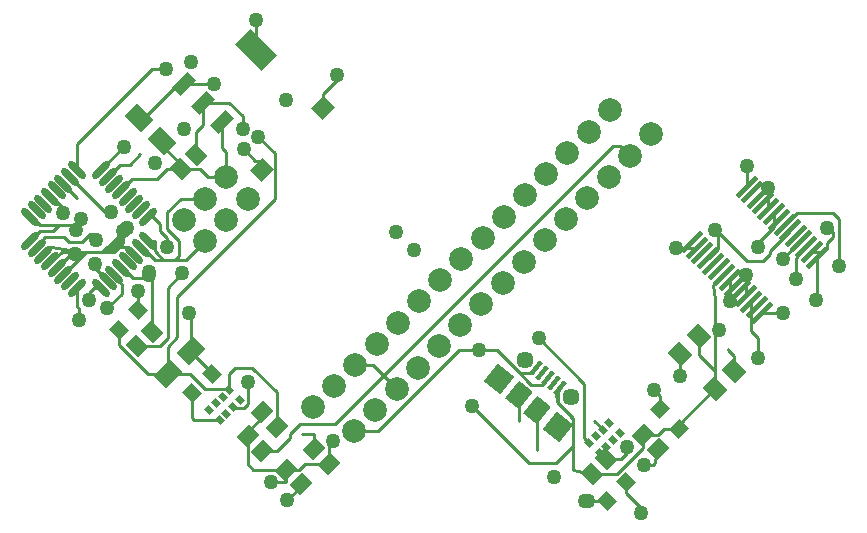
<source format=gtl>
G04*
G04 #@! TF.GenerationSoftware,Altium Limited,Altium Designer,23.4.1 (23)*
G04*
G04 Layer_Physical_Order=1*
G04 Layer_Color=255*
%FSLAX44Y44*%
%MOMM*%
G71*
G04*
G04 #@! TF.SameCoordinates,7EF6362F-2363-4B38-88DE-BB285B2C36F4*
G04*
G04*
G04 #@! TF.FilePolarity,Positive*
G04*
G01*
G75*
%ADD14C,0.2540*%
G04:AMPARAMS|DCode=17|XSize=0.5mm|YSize=0.6mm|CornerRadius=0mm|HoleSize=0mm|Usage=FLASHONLY|Rotation=45.000|XOffset=0mm|YOffset=0mm|HoleType=Round|Shape=Rectangle|*
%AMROTATEDRECTD17*
4,1,4,0.0354,-0.3889,-0.3889,0.0354,-0.0354,0.3889,0.3889,-0.0354,0.0354,-0.3889,0.0*
%
%ADD17ROTATEDRECTD17*%

G04:AMPARAMS|DCode=18|XSize=0.45mm|YSize=2.4mm|CornerRadius=0mm|HoleSize=0mm|Usage=FLASHONLY|Rotation=135.000|XOffset=0mm|YOffset=0mm|HoleType=Round|Shape=Round|*
%AMOVALD18*
21,1,1.9500,0.4500,0.0000,0.0000,225.0*
1,1,0.4500,0.6894,0.6894*
1,1,0.4500,-0.6894,-0.6894*
%
%ADD18OVALD18*%

G04:AMPARAMS|DCode=19|XSize=1.5mm|YSize=1.3mm|CornerRadius=0mm|HoleSize=0mm|Usage=FLASHONLY|Rotation=135.000|XOffset=0mm|YOffset=0mm|HoleType=Round|Shape=Rectangle|*
%AMROTATEDRECTD19*
4,1,4,0.9900,-0.0707,0.0707,-0.9900,-0.9900,0.0707,-0.0707,0.9900,0.9900,-0.0707,0.0*
%
%ADD19ROTATEDRECTD19*%

G04:AMPARAMS|DCode=20|XSize=0.4mm|YSize=1.35mm|CornerRadius=0mm|HoleSize=0mm|Usage=FLASHONLY|Rotation=321.000|XOffset=0mm|YOffset=0mm|HoleType=Round|Shape=Rectangle|*
%AMROTATEDRECTD20*
4,1,4,-0.5802,-0.3987,0.2694,0.6504,0.5802,0.3987,-0.2694,-0.6504,-0.5802,-0.3987,0.0*
%
%ADD20ROTATEDRECTD20*%

G04:AMPARAMS|DCode=21|XSize=1.8mm|YSize=1.9mm|CornerRadius=0mm|HoleSize=0mm|Usage=FLASHONLY|Rotation=321.000|XOffset=0mm|YOffset=0mm|HoleType=Round|Shape=Rectangle|*
%AMROTATEDRECTD21*
4,1,4,-1.2973,-0.1719,-0.1016,1.3047,1.2973,0.1719,0.1016,-1.3047,-1.2973,-0.1719,0.0*
%
%ADD21ROTATEDRECTD21*%

G04:AMPARAMS|DCode=22|XSize=1.5mm|YSize=1.9mm|CornerRadius=0mm|HoleSize=0mm|Usage=FLASHONLY|Rotation=321.000|XOffset=0mm|YOffset=0mm|HoleType=Round|Shape=Rectangle|*
%AMROTATEDRECTD22*
4,1,4,-1.1807,-0.2663,0.0150,1.2103,1.1807,0.2663,-0.0150,-1.2103,-1.1807,-0.2663,0.0*
%
%ADD22ROTATEDRECTD22*%

G04:AMPARAMS|DCode=23|XSize=1mm|YSize=1.85mm|CornerRadius=0mm|HoleSize=0mm|Usage=FLASHONLY|Rotation=135.000|XOffset=0mm|YOffset=0mm|HoleType=Round|Shape=Rectangle|*
%AMROTATEDRECTD23*
4,1,4,1.0076,0.3005,-0.3005,-1.0076,-1.0076,-0.3005,0.3005,1.0076,1.0076,0.3005,0.0*
%
%ADD23ROTATEDRECTD23*%

G04:AMPARAMS|DCode=24|XSize=3.2mm|YSize=1.85mm|CornerRadius=0mm|HoleSize=0mm|Usage=FLASHONLY|Rotation=135.000|XOffset=0mm|YOffset=0mm|HoleType=Round|Shape=Rectangle|*
%AMROTATEDRECTD24*
4,1,4,1.7854,-0.4773,0.4773,-1.7854,-1.7854,0.4773,-0.4773,1.7854,1.7854,-0.4773,0.0*
%
%ADD24ROTATEDRECTD24*%

G04:AMPARAMS|DCode=25|XSize=1.5mm|YSize=1.95mm|CornerRadius=0mm|HoleSize=0mm|Usage=FLASHONLY|Rotation=135.000|XOffset=0mm|YOffset=0mm|HoleType=Round|Shape=Rectangle|*
%AMROTATEDRECTD25*
4,1,4,1.2198,0.1591,-0.1591,-1.2198,-1.2198,-0.1591,0.1591,1.2198,1.2198,0.1591,0.0*
%
%ADD25ROTATEDRECTD25*%

G04:AMPARAMS|DCode=26|XSize=1.5mm|YSize=1.3mm|CornerRadius=0mm|HoleSize=0mm|Usage=FLASHONLY|Rotation=45.000|XOffset=0mm|YOffset=0mm|HoleType=Round|Shape=Rectangle|*
%AMROTATEDRECTD26*
4,1,4,-0.0707,-0.9900,-0.9900,-0.0707,0.0707,0.9900,0.9900,0.0707,-0.0707,-0.9900,0.0*
%
%ADD26ROTATEDRECTD26*%

G04:AMPARAMS|DCode=27|XSize=1.5mm|YSize=1.95mm|CornerRadius=0mm|HoleSize=0mm|Usage=FLASHONLY|Rotation=45.000|XOffset=0mm|YOffset=0mm|HoleType=Round|Shape=Rectangle|*
%AMROTATEDRECTD27*
4,1,4,0.1591,-1.2198,-1.2198,0.1591,-0.1591,1.2198,1.2198,-0.1591,0.1591,-1.2198,0.0*
%
%ADD27ROTATEDRECTD27*%

G04:AMPARAMS|DCode=28|XSize=0.6mm|YSize=1.95mm|CornerRadius=0mm|HoleSize=0mm|Usage=FLASHONLY|Rotation=45.000|XOffset=0mm|YOffset=0mm|HoleType=Round|Shape=Round|*
%AMOVALD28*
21,1,1.3500,0.6000,0.0000,0.0000,135.0*
1,1,0.6000,0.4773,-0.4773*
1,1,0.6000,-0.4773,0.4773*
%
%ADD28OVALD28*%

G04:AMPARAMS|DCode=29|XSize=0.6mm|YSize=1.95mm|CornerRadius=0mm|HoleSize=0mm|Usage=FLASHONLY|Rotation=135.000|XOffset=0mm|YOffset=0mm|HoleType=Round|Shape=Round|*
%AMOVALD29*
21,1,1.3500,0.6000,0.0000,0.0000,225.0*
1,1,0.6000,0.4773,0.4773*
1,1,0.6000,-0.4773,-0.4773*
%
%ADD29OVALD29*%

G04:AMPARAMS|DCode=30|XSize=1.4mm|YSize=1.5mm|CornerRadius=0mm|HoleSize=0mm|Usage=FLASHONLY|Rotation=135.000|XOffset=0mm|YOffset=0mm|HoleType=Round|Shape=Rectangle|*
%AMROTATEDRECTD30*
4,1,4,1.0253,0.0354,-0.0354,-1.0253,-1.0253,-0.0354,0.0354,1.0253,1.0253,0.0354,0.0*
%
%ADD30ROTATEDRECTD30*%

G04:AMPARAMS|DCode=31|XSize=1.25mm|YSize=1.1mm|CornerRadius=0mm|HoleSize=0mm|Usage=FLASHONLY|Rotation=135.000|XOffset=0mm|YOffset=0mm|HoleType=Round|Shape=Rectangle|*
%AMROTATEDRECTD31*
4,1,4,0.8309,-0.0530,0.0530,-0.8309,-0.8309,0.0530,-0.0530,0.8309,0.8309,-0.0530,0.0*
%
%ADD31ROTATEDRECTD31*%

G04:AMPARAMS|DCode=32|XSize=1.6mm|YSize=1.4mm|CornerRadius=0mm|HoleSize=0mm|Usage=FLASHONLY|Rotation=315.000|XOffset=0mm|YOffset=0mm|HoleType=Round|Shape=Rectangle|*
%AMROTATEDRECTD32*
4,1,4,-1.0607,0.0707,-0.0707,1.0607,1.0607,-0.0707,0.0707,-1.0607,-1.0607,0.0707,0.0*
%
%ADD32ROTATEDRECTD32*%

G04:AMPARAMS|DCode=33|XSize=1.25mm|YSize=1.1mm|CornerRadius=0mm|HoleSize=0mm|Usage=FLASHONLY|Rotation=45.000|XOffset=0mm|YOffset=0mm|HoleType=Round|Shape=Rectangle|*
%AMROTATEDRECTD33*
4,1,4,-0.0530,-0.8309,-0.8309,-0.0530,0.0530,0.8309,0.8309,0.0530,-0.0530,-0.8309,0.0*
%
%ADD33ROTATEDRECTD33*%

%ADD55C,2.0000*%
%ADD56C,1.4500*%
G04:AMPARAMS|DCode=57|XSize=0.6mm|YSize=1.3mm|CornerRadius=0.15mm|HoleSize=0mm|Usage=FLASHONLY|Rotation=321.000|XOffset=0mm|YOffset=0mm|HoleType=Round|Shape=RoundedRectangle|*
%AMROUNDEDRECTD57*
21,1,0.6000,1.0000,0,0,321.0*
21,1,0.3000,1.3000,0,0,321.0*
1,1,0.3000,-0.1981,-0.4830*
1,1,0.3000,-0.4312,-0.2942*
1,1,0.3000,0.1981,0.4830*
1,1,0.3000,0.4312,0.2942*
%
%ADD57ROUNDEDRECTD57*%
%ADD58C,1.2700*%
D14*
X-94906Y180690D02*
X-60610D01*
X1874Y159354D02*
Y167347D01*
X476627Y57246D02*
Y89277D01*
Y118179D01*
X356458Y-6000D02*
Y17114D01*
Y-26320D02*
Y-6000D01*
Y17114D02*
Y17368D01*
X-25050Y166212D02*
Y168244D01*
X-34702Y158592D02*
X-32670D01*
X-67251D02*
X-60915D01*
X100426Y-36480D02*
X113313D01*
X478638Y174842D02*
X503270Y150210D01*
X476346Y177134D02*
X478638Y174842D01*
Y177134D01*
Y160589D02*
Y174842D01*
X366283Y-52909D02*
X368985D01*
X-41560Y158592D02*
X-37242D01*
X65189Y42514D02*
Y54960D01*
Y41419D02*
Y42514D01*
X44422D02*
X65189D01*
X-55937Y158592D02*
X-41560D01*
X-76883D02*
X-55937D01*
X68333Y25750D02*
X77820D01*
X87256Y235673D02*
X92456D01*
X-183Y313532D02*
X11272D01*
X-64153Y249562D02*
X-183Y313532D01*
X-64153Y227451D02*
Y249562D01*
X-39882Y191866D02*
X-34702D01*
X-69810Y221794D02*
X-39882Y191866D01*
X-49180Y127749D02*
X-43647D01*
X-53244Y123685D02*
X-49180Y127749D01*
X-53244Y117952D02*
Y123685D01*
X-48926Y144342D02*
Y148432D01*
Y144342D02*
X-37990Y133406D01*
X475020Y130636D02*
X476627Y118179D01*
X475020Y130636D02*
X483447Y139064D01*
X484068D01*
X-81124Y144719D02*
X-67251Y158592D01*
X-32670D02*
X-25050Y166212D01*
Y168244D02*
Y175864D01*
X-34702Y158592D02*
X-25050Y168244D01*
X-60915Y158592D02*
X-34702D01*
X-79996Y161894D02*
X-60915Y158592D01*
X-86120Y162351D02*
X-79996Y161894D01*
X-92437Y156033D02*
X-86120Y162351D01*
X113313Y-36480D02*
Y-25913D01*
X12963Y54837D02*
Y78168D01*
X20924Y86129D01*
Y120238D01*
X103728Y203042D01*
Y241904D01*
X89758Y255874D02*
X103728Y241904D01*
X42849Y284450D02*
X65120D01*
X76423Y273146D01*
Y262351D02*
Y273146D01*
X26586Y300713D02*
X52420D01*
X170795Y6395D02*
X190799D01*
X259684Y75280D01*
X291744D01*
X311048Y55976D01*
X321166D01*
X324815Y59625D01*
X171855Y62556D02*
X186477D01*
X206716Y42316D01*
X562910Y118410D02*
Y153559D01*
X561690Y117190D02*
X562910Y118410D01*
X276702Y75280D02*
X291434D01*
X320898Y45816D01*
X331058D01*
Y47584D01*
X334918Y51444D01*
X-21748Y174086D02*
Y178404D01*
X-37242Y158592D02*
X-21748Y174086D01*
X-75466Y139063D02*
X-55937Y158592D01*
X-4049Y167347D02*
X1874D01*
Y159354D02*
X3906Y157322D01*
Y157068D02*
Y157322D01*
Y157068D02*
X9240Y151734D01*
X28855D01*
X44640Y167519D01*
X-9706Y161690D02*
X-8024D01*
X1985Y151682D01*
X19400D01*
X22956Y155238D01*
Y167803D01*
X12796Y177963D02*
X22956Y167803D01*
X12796Y177963D02*
Y191866D01*
X24370Y203440D01*
X44640D01*
X-21477Y162148D02*
X-15362Y156033D01*
X-38766Y162148D02*
X-21477D01*
X-42322Y158592D02*
X-38766Y162148D01*
X-63150Y158592D02*
X-42322D01*
X-65182Y156560D02*
X-63150Y158592D01*
X-68230Y180690D02*
X-64674Y177134D01*
X-79152Y180690D02*
X-68230D01*
X-83724Y176118D02*
X-79152Y180690D01*
X-94980Y176118D02*
X-83724D01*
X-103751Y167347D02*
X-94980Y176118D01*
X-60610Y180690D02*
Y185770D01*
X-102069Y187853D02*
X-94906Y180690D01*
X-103751Y187853D02*
X-102069D01*
X-75466Y216137D02*
X-63404Y204075D01*
X-43647Y228133D02*
X-24288Y247492D01*
X-43647Y227451D02*
Y228133D01*
X396163Y248000D02*
X404282Y239882D01*
X390240Y248000D02*
X396163D01*
X155036Y12796D02*
X390240Y248000D01*
X125064Y12796D02*
X155036D01*
X116428Y4160D02*
X125064Y12796D01*
X116428Y380D02*
Y4160D01*
X105760Y-10287D02*
X116428Y380D01*
X93187Y-10287D02*
X105760D01*
X-86780Y150377D02*
X-85098D01*
X-76883Y158592D01*
X-41560D02*
X-21748Y178404D01*
X-26676Y144719D02*
X-24994D01*
X-16246Y135972D01*
X-7792D01*
X-2444Y141320D01*
X512668Y162291D02*
Y165914D01*
X526141Y179387D01*
Y190329D01*
X558314Y158155D02*
X568040D01*
X570785Y160900D01*
Y165795D01*
X576011Y171021D01*
Y175585D01*
X573120Y178475D02*
X576011Y175585D01*
X570930Y178475D02*
X573120D01*
X424412Y41237D02*
X429492Y36157D01*
Y25309D02*
Y36157D01*
X401408Y-46102D02*
Y-36291D01*
Y-46102D02*
X413608Y-58302D01*
Y-62561D02*
Y-58302D01*
X-61880Y100772D02*
Y109996D01*
X-64153Y112268D02*
X-61880Y109996D01*
X-64153Y112268D02*
Y127749D01*
X-700Y90800D02*
Y136729D01*
X-2444Y138473D02*
X-700Y136729D01*
X443390Y162044D02*
X461087D01*
X381256Y7757D02*
Y8111D01*
X374238Y15129D02*
X381256Y8111D01*
X137113Y-8613D02*
Y3827D01*
X126953D02*
X137113D01*
X503270Y150210D02*
X517240D01*
X523336Y156306D01*
Y159326D01*
X539929Y175919D01*
Y176540D01*
X345021Y42027D02*
Y43262D01*
X343250Y40256D02*
X345021Y42027D01*
X343250Y30576D02*
Y40256D01*
Y30576D02*
X356458Y17368D01*
X341980Y-20478D02*
X356458Y-6000D01*
X318866Y-20478D02*
X341980D01*
X270860Y27528D02*
X318866Y-20478D01*
X533750Y152598D02*
X548500Y167348D01*
X549122D01*
X-32333Y137381D02*
Y139063D01*
Y137381D02*
X-26066Y131114D01*
Y122778D02*
Y131114D01*
X-38004Y110840D02*
X-26066Y122778D01*
X-52152Y173502D02*
X-47402Y168752D01*
X-52812Y173502D02*
X-52152D01*
X-59340Y166974D02*
X-52812Y173502D01*
X-70852Y166974D02*
X-59340D01*
X-74408Y170530D02*
X-70852Y166974D01*
X-90936Y170530D02*
X-74408D01*
X-98094Y163372D02*
X-90936Y170530D01*
X-98094Y161690D02*
Y163372D01*
X114396Y-51974D02*
X125687Y-40683D01*
Y-38287D01*
X-86780Y204824D02*
X-85098D01*
X-75850Y195575D01*
Y190850D02*
Y195575D01*
X77215Y245714D02*
X87256Y235673D01*
X92456Y227955D02*
Y235673D01*
X12673Y228213D02*
X24513D01*
X4160Y219700D02*
X12673Y228213D01*
X-17456Y219700D02*
X4160D01*
X-26676Y210481D02*
X-17456Y219700D01*
X476627Y89277D02*
X479902Y92552D01*
X581248Y146400D02*
Y185770D01*
X575914Y191104D02*
X581248Y185770D01*
X545922Y191104D02*
X575914D01*
X535954Y181136D02*
X545922Y191104D01*
X535333Y181136D02*
X535954D01*
X544672Y135224D02*
Y153084D01*
X553718Y162130D01*
Y162752D01*
X327248Y85186D02*
X365602Y46832D01*
Y784D02*
Y46832D01*
Y784D02*
X369943Y-3557D01*
X492177Y70612D02*
X492184Y57457D01*
X487104Y75684D02*
X492177Y70612D01*
X487014Y75788D02*
X487104Y75684D01*
X416402Y-22092D02*
X424395D01*
X427787Y-8687D01*
X476346Y177134D02*
X478638D01*
X470901Y152852D02*
X478638Y160589D01*
X470280Y152852D02*
X470901D01*
X384387Y-17012D02*
X396844D01*
X401924Y-11932D01*
Y-6852D01*
X446882Y53326D02*
X446929Y53373D01*
Y71600D01*
X368985Y-52909D02*
X384792D01*
X368904Y-52990D02*
X368985Y-52909D01*
X31084Y106268D02*
X32408Y104944D01*
Y74282D02*
Y104944D01*
X-37990Y221794D02*
X-27532Y232252D01*
X-19208D01*
X-10064Y241396D01*
X33692Y17368D02*
Y38491D01*
Y17368D02*
X35412Y15648D01*
X57019D01*
X32100Y54837D02*
X44422Y42514D01*
X12963Y54837D02*
X32100D01*
X-13074Y78425D02*
X6036D01*
X13050Y85440D01*
Y127858D01*
X25242Y140050D01*
X-11792Y108808D02*
Y124810D01*
X81376Y29306D02*
Y48356D01*
X77820Y25750D02*
X81376Y29306D01*
X68333Y25750D02*
Y26962D01*
X62600Y221400D02*
Y242920D01*
X59113Y246407D02*
X62600Y242920D01*
X59113Y246407D02*
Y268186D01*
X476627Y41901D02*
Y57246D01*
X462485Y71388D02*
X476627Y57246D01*
X462485Y71388D02*
Y87156D01*
X85231Y-25913D02*
X113313D01*
X80813Y-21494D02*
X85231Y-25913D01*
X80813Y-21494D02*
Y2087D01*
X12796Y162656D02*
Y169695D01*
X6192Y176299D02*
X12796Y169695D01*
X6192Y176299D02*
Y181960D01*
X299Y187853D02*
X6192Y181960D01*
X-4049Y187853D02*
X299D01*
X129482Y-20987D02*
X149487D01*
X124557Y-25913D02*
X129482Y-20987D01*
X113313Y-25913D02*
X124557D01*
X80813Y2087D02*
Y6192D01*
X92813Y18192D01*
Y22787D01*
X105188Y10413D02*
Y39440D01*
X84587Y60040D02*
X105188Y39440D01*
X70269Y60040D02*
X84587D01*
X65189Y54960D02*
X70269Y60040D01*
X372013Y-29387D02*
X393777D01*
X415413Y-7751D01*
Y3687D01*
X356458Y-26320D02*
X372013Y-29387D01*
X342488Y31084D02*
X356458Y17114D01*
X342032Y39571D02*
X342488Y31084D01*
X342032Y39571D02*
X345021Y43262D01*
X415413Y3687D02*
X428086D01*
X433091Y8692D01*
X446108D01*
Y12172D01*
X475838Y41901D01*
X476627D01*
X50308Y55108D02*
Y55722D01*
X32408Y73622D02*
X50308Y55722D01*
X32408Y73622D02*
Y74282D01*
X46787Y221400D02*
X62600D01*
X39974Y228213D02*
X46787Y221400D01*
X24513Y228213D02*
X39974D01*
X24513D02*
Y231998D01*
X7823Y248688D02*
X24513Y231998D01*
X7823Y248688D02*
Y252477D01*
X149487Y-5199D02*
X153258Y-1428D01*
X149487Y-20987D02*
Y-5199D01*
X-28408Y79179D02*
Y92192D01*
Y79179D02*
X-4066Y54837D01*
X12963D01*
X42849Y265392D02*
Y284450D01*
X36887Y259430D02*
X42849Y265392D01*
X36887Y240588D02*
Y259430D01*
X21774Y300713D02*
X26586D01*
X-7016Y271923D02*
X21774Y300713D01*
X-11623Y271923D02*
X-7016D01*
X516241Y106890D02*
X533938D01*
X512668Y68233D02*
Y85689D01*
X507049Y91308D02*
X512668Y85689D01*
X507049Y91308D02*
Y116083D01*
X502453Y120678D02*
Y138375D01*
X488664Y116770D02*
Y134467D01*
X87751Y329351D02*
Y354825D01*
X325929Y-9563D02*
Y24263D01*
X310200Y15122D02*
Y37000D01*
X156052Y303651D02*
Y308255D01*
X144541Y292140D02*
X156052Y303651D01*
X144541Y280041D02*
Y292140D01*
X503160Y213310D02*
Y231006D01*
X521544Y194925D02*
Y212621D01*
D17*
X395714Y4613D02*
D03*
X390057Y-1043D02*
D03*
X384400Y-6701D02*
D03*
X378743Y-12357D02*
D03*
X386914Y13414D02*
D03*
X381256Y7757D02*
D03*
X375600Y2100D02*
D03*
X369943Y-3557D02*
D03*
X73989Y32619D02*
D03*
X68333Y26962D02*
D03*
X62675Y21305D02*
D03*
X57019Y15648D02*
D03*
X65189Y41419D02*
D03*
X59532Y35762D02*
D03*
X53875Y30106D02*
D03*
X48218Y24448D02*
D03*
D18*
X456491Y166641D02*
D03*
X461087Y162044D02*
D03*
X465683Y157448D02*
D03*
X470280Y152852D02*
D03*
X474875Y148256D02*
D03*
X479472Y143659D02*
D03*
X484068Y139064D02*
D03*
X488664Y134467D02*
D03*
X493260Y129871D02*
D03*
X497856Y125275D02*
D03*
X502453Y120678D02*
D03*
X507049Y116083D02*
D03*
X511645Y111486D02*
D03*
X516241Y106890D02*
D03*
X503160Y213310D02*
D03*
X507756Y208713D02*
D03*
X512352Y204117D02*
D03*
X516948Y199521D02*
D03*
X521544Y194925D02*
D03*
X526141Y190329D02*
D03*
X530737Y185732D02*
D03*
X535333Y181136D02*
D03*
X539929Y176540D02*
D03*
X544525Y171944D02*
D03*
X549122Y167348D02*
D03*
X553718Y162752D02*
D03*
X558314Y158155D02*
D03*
X562910Y153559D02*
D03*
D19*
X-13074Y78425D02*
D03*
X-700Y90800D02*
D03*
X24513Y228213D02*
D03*
X36887Y240588D02*
D03*
X372013Y-29387D02*
D03*
X384387Y-17012D02*
D03*
D20*
X345021Y43262D02*
D03*
X339969Y47353D02*
D03*
X334918Y51444D02*
D03*
X329866Y55534D02*
D03*
X324815Y59625D02*
D03*
D21*
X343088Y10367D02*
D03*
X293118Y50833D02*
D03*
D22*
X325929Y24263D02*
D03*
X310200Y37000D02*
D03*
D23*
X26586Y300713D02*
D03*
X42849Y284450D02*
D03*
X59113Y268186D02*
D03*
D24*
X87751Y329351D02*
D03*
D25*
X32408Y74282D02*
D03*
X12963Y54837D02*
D03*
D26*
X92813Y22787D02*
D03*
X105188Y10413D02*
D03*
X80813Y2087D02*
D03*
X93187Y-10287D02*
D03*
X113313Y-25913D02*
D03*
X125687Y-38287D02*
D03*
X137113Y-8613D02*
D03*
X149487Y-20987D02*
D03*
X415413Y3687D02*
D03*
X427787Y-8687D02*
D03*
D27*
X7823Y252477D02*
D03*
X-11623Y271923D02*
D03*
D28*
X-103751Y187853D02*
D03*
X-98094Y193510D02*
D03*
X-92437Y199167D02*
D03*
X-86780Y204824D02*
D03*
X-81124Y210481D02*
D03*
X-75466Y216137D02*
D03*
X-69810Y221794D02*
D03*
X-64153Y227451D02*
D03*
X-4049Y167347D02*
D03*
X-9706Y161690D02*
D03*
X-15362Y156033D02*
D03*
X-21019Y150377D02*
D03*
X-26676Y144719D02*
D03*
X-32333Y139063D02*
D03*
X-37990Y133406D02*
D03*
X-43647Y127749D02*
D03*
D29*
Y227451D02*
D03*
X-37990Y221794D02*
D03*
X-32333Y216137D02*
D03*
X-26676Y210481D02*
D03*
X-21019Y204824D02*
D03*
X-15362Y199167D02*
D03*
X-9706Y193510D02*
D03*
X-4049Y187853D02*
D03*
X-64153Y127749D02*
D03*
X-69810Y133406D02*
D03*
X-75466Y139063D02*
D03*
X-81124Y144719D02*
D03*
X-86780Y150377D02*
D03*
X-92437Y156033D02*
D03*
X-98094Y161690D02*
D03*
X-103751Y167347D02*
D03*
D30*
X92456Y227955D02*
D03*
X144541Y280041D02*
D03*
D31*
X401408Y-36291D02*
D03*
X384792Y-52909D02*
D03*
X-11792Y108808D02*
D03*
X-28408Y92192D02*
D03*
X50308Y55108D02*
D03*
X33692Y38491D02*
D03*
D32*
X462485Y87156D02*
D03*
X492184Y57457D02*
D03*
X476627Y41901D02*
D03*
X446929Y71600D02*
D03*
D33*
X429492Y25309D02*
D03*
X446108Y8692D02*
D03*
D55*
X170795Y6395D02*
D03*
X188755Y24356D02*
D03*
X206716Y42316D02*
D03*
X224676Y60277D02*
D03*
X242637Y78237D02*
D03*
X260597Y96198D02*
D03*
X278558Y114158D02*
D03*
X296519Y132119D02*
D03*
X314479Y150079D02*
D03*
X332439Y168040D02*
D03*
X350400Y186000D02*
D03*
X368360Y203961D02*
D03*
X386321Y221921D02*
D03*
X404282Y239882D02*
D03*
X422242Y257843D02*
D03*
X80561Y203440D02*
D03*
X62600Y185479D02*
D03*
X44640Y167519D02*
D03*
X62600Y221400D02*
D03*
X44640Y203440D02*
D03*
X26679Y185479D02*
D03*
X135934Y26635D02*
D03*
X153895Y44595D02*
D03*
X171855Y62556D02*
D03*
X189816Y80517D02*
D03*
X207776Y98477D02*
D03*
X225737Y116437D02*
D03*
X243697Y134398D02*
D03*
X261658Y152358D02*
D03*
X279618Y170319D02*
D03*
X297579Y188279D02*
D03*
X315539Y206240D02*
D03*
X333500Y224200D02*
D03*
X351460Y242161D02*
D03*
X369421Y260121D02*
D03*
X387382Y278082D02*
D03*
D56*
X315489Y67176D02*
D03*
X354346Y35710D02*
D03*
D57*
X345334Y8691D02*
D03*
X290934Y52743D02*
D03*
D03*
D58*
X206598Y174848D02*
D03*
X11272Y313532D02*
D03*
X-34702Y191866D02*
D03*
X-53244Y117952D02*
D03*
X-48926Y148432D02*
D03*
X-25050Y175864D02*
D03*
X31084Y106268D02*
D03*
X100426Y-36480D02*
D03*
X89758Y255874D02*
D03*
X76423Y262351D02*
D03*
X2382Y233776D02*
D03*
X52420Y300713D02*
D03*
X561690Y117190D02*
D03*
X276702Y75280D02*
D03*
X-21748Y178404D02*
D03*
X-65182Y156560D02*
D03*
X112872Y286608D02*
D03*
X-64674Y177134D02*
D03*
X-60610Y185770D02*
D03*
X-24288Y247492D02*
D03*
X26679Y262351D02*
D03*
X-2444Y141320D02*
D03*
X221330Y159608D02*
D03*
X512668Y162291D02*
D03*
X570930Y178475D02*
D03*
X424412Y41237D02*
D03*
X413608Y-62561D02*
D03*
X-61880Y100772D02*
D03*
X-2444Y138473D02*
D03*
X443390Y162044D02*
D03*
X366283Y-52909D02*
D03*
X270860Y27528D02*
D03*
X479902Y92552D02*
D03*
X533750Y152598D02*
D03*
X-38004Y110840D02*
D03*
X32354Y319374D02*
D03*
X-47402Y168752D02*
D03*
X114396Y-51974D02*
D03*
X-75850Y190850D02*
D03*
X77215Y245714D02*
D03*
X581248Y146400D02*
D03*
X544672Y135224D02*
D03*
X327248Y85186D02*
D03*
X416402Y-22092D02*
D03*
X340202Y-31908D02*
D03*
X476346Y177134D02*
D03*
X401924Y-6852D02*
D03*
X446882Y53326D02*
D03*
X368904Y-52990D02*
D03*
X25242Y140050D02*
D03*
X-11792Y124810D02*
D03*
X81376Y48356D02*
D03*
X12796Y162656D02*
D03*
X153258Y-1428D02*
D03*
X533938Y106890D02*
D03*
X512668Y68233D02*
D03*
X502453Y138375D02*
D03*
X488664Y116770D02*
D03*
X87751Y354825D02*
D03*
X156052Y308255D02*
D03*
X503160Y231006D02*
D03*
X521544Y212621D02*
D03*
M02*

</source>
